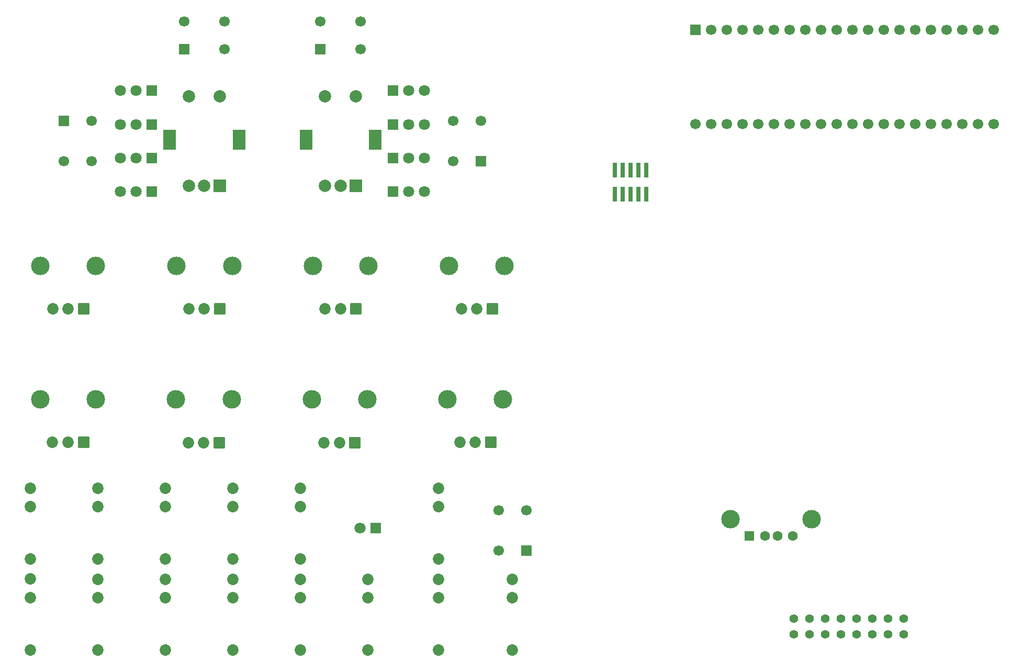
<source format=gbs>
G04 #@! TF.GenerationSoftware,KiCad,Pcbnew,(6.0.10)*
G04 #@! TF.CreationDate,2023-01-30T20:43:58+00:00*
G04 #@! TF.ProjectId,fjol-daisy,666a6f6c-2d64-4616-9973-792e6b696361,rev?*
G04 #@! TF.SameCoordinates,Original*
G04 #@! TF.FileFunction,Soldermask,Bot*
G04 #@! TF.FilePolarity,Negative*
%FSLAX46Y46*%
G04 Gerber Fmt 4.6, Leading zero omitted, Abs format (unit mm)*
G04 Created by KiCad (PCBNEW (6.0.10)) date 2023-01-30 20:43:58*
%MOMM*%
%LPD*%
G01*
G04 APERTURE LIST*
G04 Aperture macros list*
%AMRoundRect*
0 Rectangle with rounded corners*
0 $1 Rounding radius*
0 $2 $3 $4 $5 $6 $7 $8 $9 X,Y pos of 4 corners*
0 Add a 4 corners polygon primitive as box body*
4,1,4,$2,$3,$4,$5,$6,$7,$8,$9,$2,$3,0*
0 Add four circle primitives for the rounded corners*
1,1,$1+$1,$2,$3*
1,1,$1+$1,$4,$5*
1,1,$1+$1,$6,$7*
1,1,$1+$1,$8,$9*
0 Add four rect primitives between the rounded corners*
20,1,$1+$1,$2,$3,$4,$5,0*
20,1,$1+$1,$4,$5,$6,$7,0*
20,1,$1+$1,$6,$7,$8,$9,0*
20,1,$1+$1,$8,$9,$2,$3,0*%
G04 Aperture macros list end*
%ADD10C,1.853200*%
%ADD11R,0.740000X2.400000*%
%ADD12RoundRect,0.101600X-0.825000X0.825000X-0.825000X-0.825000X0.825000X-0.825000X0.825000X0.825000X0*%
%ADD13C,2.997200*%
%ADD14R,1.700000X1.700000*%
%ADD15C,1.700000*%
%ADD16C,1.422400*%
%ADD17R,2.000000X2.000000*%
%ADD18C,2.000000*%
%ADD19R,2.000000X3.200000*%
%ADD20R,1.800000X1.800000*%
%ADD21C,1.800000*%
%ADD22R,1.600000X1.500000*%
%ADD23C,1.600000*%
%ADD24C,3.000000*%
G04 APERTURE END LIST*
D10*
X141912082Y-157358929D03*
X141912082Y-148858929D03*
X141912082Y-145858929D03*
X109100602Y-157358929D03*
X109100602Y-148858929D03*
X109100602Y-145858929D03*
X152849242Y-157358929D03*
X152849242Y-148858929D03*
X152849242Y-145858929D03*
X120037762Y-157358929D03*
X120037762Y-148858929D03*
X120037762Y-145858929D03*
X130974922Y-157358929D03*
X130974922Y-148858929D03*
X130974922Y-145858929D03*
X98163438Y-142626929D03*
X98163438Y-134126929D03*
X98163438Y-131126929D03*
X164286402Y-142626929D03*
X164286402Y-134126929D03*
X164286402Y-131126929D03*
X98163438Y-157346180D03*
X98163438Y-148846180D03*
X98163438Y-145846180D03*
X130974922Y-142626929D03*
X130974922Y-134126929D03*
X130974922Y-131126929D03*
X141912082Y-142626929D03*
X141912082Y-134126929D03*
X141912082Y-131126929D03*
D11*
X192785000Y-79650000D03*
X192785000Y-83550000D03*
X194055000Y-79650000D03*
X194055000Y-83550000D03*
X195325000Y-79650000D03*
X195325000Y-83550000D03*
X196595000Y-79650000D03*
X196595000Y-83550000D03*
X197865000Y-79650000D03*
X197865000Y-83550000D03*
D12*
X172700338Y-123732280D03*
D10*
X170200338Y-123732280D03*
X167700338Y-123732280D03*
D13*
X174700338Y-116732280D03*
X165700338Y-116732280D03*
D12*
X128768338Y-123795780D03*
D10*
X126268338Y-123795780D03*
X123768338Y-123795780D03*
D13*
X130768338Y-116795780D03*
X121768338Y-116795780D03*
D12*
X150734338Y-123795780D03*
D10*
X148234338Y-123795780D03*
X145734338Y-123795780D03*
D13*
X152734338Y-116795780D03*
X143734338Y-116795780D03*
D14*
X178473562Y-141246180D03*
D15*
X178473562Y-134746180D03*
X173973562Y-141246180D03*
X173973562Y-134746180D03*
D12*
X106802338Y-123747280D03*
D10*
X104302338Y-123747280D03*
X101802338Y-123747280D03*
D13*
X108802338Y-116747280D03*
X99802338Y-116747280D03*
D10*
X176223562Y-157358929D03*
X176223562Y-148858929D03*
X176223562Y-145858929D03*
X164286402Y-157358929D03*
X164286402Y-148858929D03*
X164286402Y-145858929D03*
D16*
X221698404Y-152196800D03*
X221698404Y-154736800D03*
X224238404Y-152196800D03*
X224238404Y-154736800D03*
X226778404Y-152196800D03*
X226778404Y-154736800D03*
X229318404Y-152196800D03*
X229318404Y-154736800D03*
X231858404Y-152196800D03*
X231858404Y-154736800D03*
X234398404Y-152196800D03*
X234398404Y-154736800D03*
X236938404Y-152196800D03*
X236938404Y-154736800D03*
X239478404Y-152196800D03*
X239478404Y-154736800D03*
D14*
X123103372Y-60096180D03*
D15*
X129603372Y-60096180D03*
X123103372Y-55596180D03*
X129603372Y-55596180D03*
D17*
X150895905Y-82246180D03*
D18*
X145895905Y-82246180D03*
X148395905Y-82246180D03*
D19*
X153995905Y-74746180D03*
X142795905Y-74746180D03*
D18*
X145895905Y-67746180D03*
X150895905Y-67746180D03*
D17*
X128853372Y-82246180D03*
D18*
X123853372Y-82246180D03*
X126353372Y-82246180D03*
D19*
X120753372Y-74746180D03*
X131953372Y-74746180D03*
D18*
X123853372Y-67746180D03*
X128853372Y-67746180D03*
D10*
X120037762Y-142626929D03*
X120037762Y-134126929D03*
X120037762Y-131126929D03*
X109100602Y-142626929D03*
X109100602Y-134126929D03*
X109100602Y-131126929D03*
D20*
X156867172Y-66821180D03*
D21*
X159407172Y-66821180D03*
X161947172Y-66821180D03*
D20*
X156867172Y-72271180D03*
D21*
X159407172Y-72271180D03*
X161947172Y-72271180D03*
D20*
X156867172Y-77721180D03*
D21*
X159407172Y-77721180D03*
X161947172Y-77721180D03*
D20*
X156867172Y-83171180D03*
D21*
X159407172Y-83171180D03*
X161947172Y-83171180D03*
D20*
X117882105Y-66821180D03*
D21*
X115342105Y-66821180D03*
X112802105Y-66821180D03*
D20*
X117882105Y-72271180D03*
D21*
X115342105Y-72271180D03*
X112802105Y-72271180D03*
D20*
X117882105Y-77721180D03*
D21*
X115342105Y-77721180D03*
X112802105Y-77721180D03*
D20*
X117882105Y-83171180D03*
D21*
X115342105Y-83171180D03*
X112802105Y-83171180D03*
D14*
X145145905Y-60096180D03*
D15*
X151645905Y-60096180D03*
X145145905Y-55596180D03*
X151645905Y-55596180D03*
D12*
X128853373Y-102133480D03*
D10*
X126353373Y-102133480D03*
X123853373Y-102133480D03*
D13*
X130853373Y-95133480D03*
X121853373Y-95133480D03*
D12*
X150895905Y-102133480D03*
D10*
X148395905Y-102133480D03*
X145895905Y-102133480D03*
D13*
X152895905Y-95133480D03*
X143895905Y-95133480D03*
D12*
X106810838Y-102133480D03*
D10*
X104310838Y-102133480D03*
X101810838Y-102133480D03*
D13*
X108810838Y-95133480D03*
X99810838Y-95133480D03*
D12*
X172938438Y-102133480D03*
D10*
X170438438Y-102133480D03*
X167938438Y-102133480D03*
D13*
X174938438Y-95133480D03*
X165938438Y-95133480D03*
D14*
X205775000Y-57022500D03*
D15*
X208315000Y-57022500D03*
X210855000Y-57022500D03*
X213395000Y-57022500D03*
X215935000Y-57022500D03*
X218475000Y-57022500D03*
X221015000Y-57022500D03*
X223555000Y-57022500D03*
X226095000Y-57022500D03*
X228635000Y-57022500D03*
X231175000Y-57022500D03*
X233715000Y-57022500D03*
X236255000Y-57022500D03*
X238795000Y-57022500D03*
X241335000Y-57022500D03*
X243875000Y-57022500D03*
X246415000Y-57022500D03*
X248955000Y-57022500D03*
X251495000Y-57022500D03*
X254035000Y-57022500D03*
X254035000Y-72262500D03*
X251495000Y-72262500D03*
X248955000Y-72262500D03*
X246415000Y-72262500D03*
X243875000Y-72262500D03*
X241335000Y-72262500D03*
X238795000Y-72262500D03*
X236255000Y-72262500D03*
X233715000Y-72262500D03*
X231175000Y-72262500D03*
X228635000Y-72262500D03*
X226095000Y-72262500D03*
X223555000Y-72262500D03*
X221015000Y-72262500D03*
X218475000Y-72262500D03*
X215935000Y-72262500D03*
X213395000Y-72262500D03*
X210855000Y-72262500D03*
X208315000Y-72262500D03*
X205775000Y-72262500D03*
D22*
X214570000Y-138880000D03*
D23*
X217070000Y-138880000D03*
X219070000Y-138880000D03*
X221570000Y-138880000D03*
D24*
X211500000Y-136170000D03*
X224640000Y-136170000D03*
D20*
X154124242Y-137575000D03*
D21*
X151584242Y-137575000D03*
D14*
X171132077Y-78246180D03*
D15*
X171132077Y-71746180D03*
X166632077Y-78246180D03*
X166632077Y-71746180D03*
D14*
X103617200Y-71746180D03*
D15*
X103617200Y-78246180D03*
X108117200Y-71746180D03*
X108117200Y-78246180D03*
M02*

</source>
